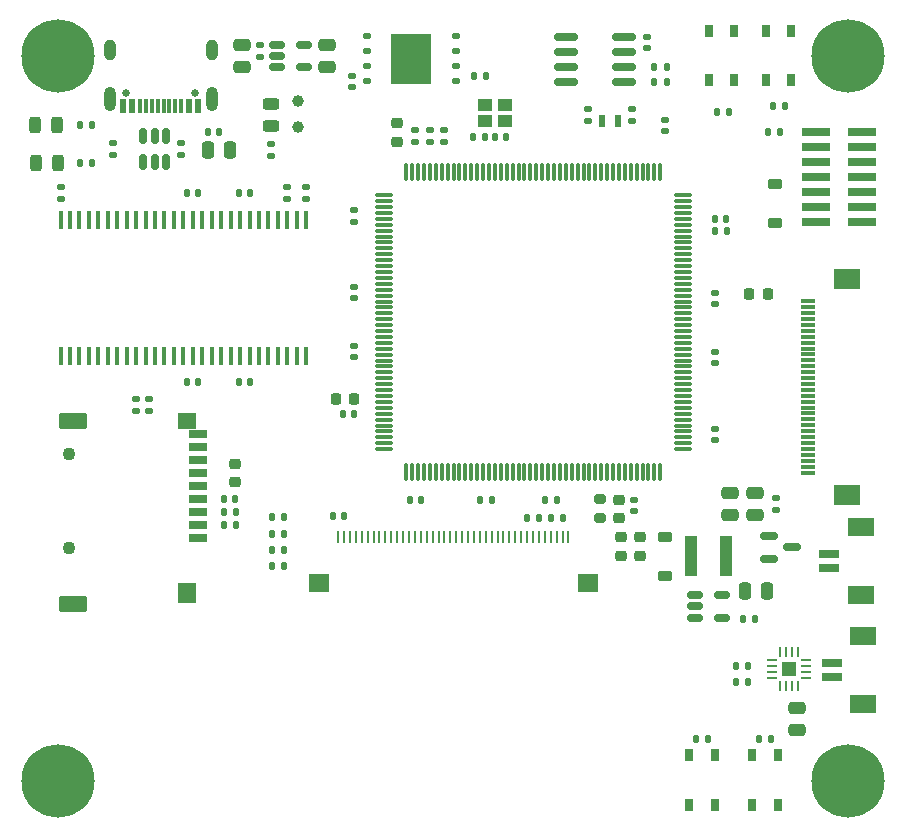
<source format=gbr>
%TF.GenerationSoftware,KiCad,Pcbnew,8.0.4*%
%TF.CreationDate,2025-01-12T23:29:23+07:00*%
%TF.ProjectId,lcd-square-4inch,6c63642d-7371-4756-9172-652d34696e63,rev?*%
%TF.SameCoordinates,Original*%
%TF.FileFunction,Soldermask,Top*%
%TF.FilePolarity,Negative*%
%FSLAX46Y46*%
G04 Gerber Fmt 4.6, Leading zero omitted, Abs format (unit mm)*
G04 Created by KiCad (PCBNEW 8.0.4) date 2025-01-12 23:29:23*
%MOMM*%
%LPD*%
G01*
G04 APERTURE LIST*
G04 Aperture macros list*
%AMRoundRect*
0 Rectangle with rounded corners*
0 $1 Rounding radius*
0 $2 $3 $4 $5 $6 $7 $8 $9 X,Y pos of 4 corners*
0 Add a 4 corners polygon primitive as box body*
4,1,4,$2,$3,$4,$5,$6,$7,$8,$9,$2,$3,0*
0 Add four circle primitives for the rounded corners*
1,1,$1+$1,$2,$3*
1,1,$1+$1,$4,$5*
1,1,$1+$1,$6,$7*
1,1,$1+$1,$8,$9*
0 Add four rect primitives between the rounded corners*
20,1,$1+$1,$2,$3,$4,$5,0*
20,1,$1+$1,$4,$5,$6,$7,0*
20,1,$1+$1,$6,$7,$8,$9,0*
20,1,$1+$1,$8,$9,$2,$3,0*%
G04 Aperture macros list end*
%ADD10RoundRect,0.150000X-0.587500X-0.150000X0.587500X-0.150000X0.587500X0.150000X-0.587500X0.150000X0*%
%ADD11RoundRect,0.225000X-0.250000X0.225000X-0.250000X-0.225000X0.250000X-0.225000X0.250000X0.225000X0*%
%ADD12RoundRect,0.140000X0.140000X0.170000X-0.140000X0.170000X-0.140000X-0.170000X0.140000X-0.170000X0*%
%ADD13C,6.200000*%
%ADD14RoundRect,0.140000X-0.140000X-0.170000X0.140000X-0.170000X0.140000X0.170000X-0.140000X0.170000X0*%
%ADD15RoundRect,0.150000X0.150000X-0.512500X0.150000X0.512500X-0.150000X0.512500X-0.150000X-0.512500X0*%
%ADD16RoundRect,0.140000X0.170000X-0.140000X0.170000X0.140000X-0.170000X0.140000X-0.170000X-0.140000X0*%
%ADD17RoundRect,0.135000X-0.185000X0.135000X-0.185000X-0.135000X0.185000X-0.135000X0.185000X0.135000X0*%
%ADD18R,0.650000X1.050000*%
%ADD19RoundRect,0.225000X0.250000X-0.225000X0.250000X0.225000X-0.250000X0.225000X-0.250000X-0.225000X0*%
%ADD20RoundRect,0.250000X-0.475000X0.250000X-0.475000X-0.250000X0.475000X-0.250000X0.475000X0.250000X0*%
%ADD21RoundRect,0.135000X0.185000X-0.135000X0.185000X0.135000X-0.185000X0.135000X-0.185000X-0.135000X0*%
%ADD22RoundRect,0.150000X-0.512500X-0.150000X0.512500X-0.150000X0.512500X0.150000X-0.512500X0.150000X0*%
%ADD23RoundRect,0.140000X-0.170000X0.140000X-0.170000X-0.140000X0.170000X-0.140000X0.170000X0.140000X0*%
%ADD24RoundRect,0.062500X-0.350000X-0.062500X0.350000X-0.062500X0.350000X0.062500X-0.350000X0.062500X0*%
%ADD25RoundRect,0.062500X-0.062500X-0.350000X0.062500X-0.350000X0.062500X0.350000X-0.062500X0.350000X0*%
%ADD26R,1.230000X1.230000*%
%ADD27RoundRect,0.135000X-0.135000X-0.185000X0.135000X-0.185000X0.135000X0.185000X-0.135000X0.185000X0*%
%ADD28RoundRect,0.135000X0.135000X0.185000X-0.135000X0.185000X-0.135000X-0.185000X0.135000X-0.185000X0*%
%ADD29RoundRect,0.110000X0.440000X1.590000X-0.440000X1.590000X-0.440000X-1.590000X0.440000X-1.590000X0*%
%ADD30RoundRect,0.250000X0.475000X-0.250000X0.475000X0.250000X-0.475000X0.250000X-0.475000X-0.250000X0*%
%ADD31RoundRect,0.250000X-0.250000X-0.475000X0.250000X-0.475000X0.250000X0.475000X-0.250000X0.475000X0*%
%ADD32RoundRect,0.225000X-0.225000X-0.250000X0.225000X-0.250000X0.225000X0.250000X-0.225000X0.250000X0*%
%ADD33RoundRect,0.150000X-0.825000X-0.150000X0.825000X-0.150000X0.825000X0.150000X-0.825000X0.150000X0*%
%ADD34RoundRect,0.075000X-0.075000X0.675000X-0.075000X-0.675000X0.075000X-0.675000X0.075000X0.675000X0*%
%ADD35RoundRect,0.075000X-0.675000X0.075000X-0.675000X-0.075000X0.675000X-0.075000X0.675000X0.075000X0*%
%ADD36R,2.400000X0.740000*%
%ADD37RoundRect,0.225000X-0.375000X0.225000X-0.375000X-0.225000X0.375000X-0.225000X0.375000X0.225000X0*%
%ADD38RoundRect,0.243750X-0.243750X-0.456250X0.243750X-0.456250X0.243750X0.456250X-0.243750X0.456250X0*%
%ADD39C,1.000000*%
%ADD40RoundRect,0.200000X0.275000X-0.200000X0.275000X0.200000X-0.275000X0.200000X-0.275000X-0.200000X0*%
%ADD41R,0.600000X1.100000*%
%ADD42R,1.800000X0.700000*%
%ADD43R,2.200000X1.600000*%
%ADD44RoundRect,0.225000X0.225000X0.250000X-0.225000X0.250000X-0.225000X-0.250000X0.225000X-0.250000X0*%
%ADD45R,1.150000X1.000000*%
%ADD46R,1.300000X0.300000*%
%ADD47R,2.200000X1.800000*%
%ADD48RoundRect,0.243750X-0.456250X0.243750X-0.456250X-0.243750X0.456250X-0.243750X0.456250X0.243750X0*%
%ADD49C,1.100000*%
%ADD50R,1.600000X0.700000*%
%ADD51RoundRect,0.050000X-0.750000X0.600000X-0.750000X-0.600000X0.750000X-0.600000X0.750000X0.600000X0*%
%ADD52RoundRect,0.050000X-1.100000X0.600000X-1.100000X-0.600000X1.100000X-0.600000X1.100000X0.600000X0*%
%ADD53RoundRect,0.050000X-0.750000X0.800000X-0.750000X-0.800000X0.750000X-0.800000X0.750000X0.800000X0*%
%ADD54R,0.250000X1.100000*%
%ADD55R,1.700000X1.500000*%
%ADD56C,0.650000*%
%ADD57R,0.600000X1.240000*%
%ADD58R,0.300000X1.240000*%
%ADD59O,1.000000X2.100000*%
%ADD60O,1.000000X1.800000*%
%ADD61RoundRect,0.125000X0.200000X0.125000X-0.200000X0.125000X-0.200000X-0.125000X0.200000X-0.125000X0*%
%ADD62R,3.400000X4.300000*%
%ADD63R,0.458000X1.510000*%
G04 APERTURE END LIST*
D10*
%TO.C,D6*%
X171325300Y-102834400D03*
X171325300Y-104734400D03*
X173200300Y-103784400D03*
%TD*%
D11*
%TO.C,C8*%
X160350200Y-102920800D03*
X160350200Y-104470800D03*
%TD*%
D12*
%TO.C,C15*%
X153313200Y-99771200D03*
X152353200Y-99771200D03*
%TD*%
D13*
%TO.C,H1*%
X111107200Y-62190000D03*
%TD*%
D11*
%TO.C,C7*%
X158724600Y-102920800D03*
X158724600Y-104470800D03*
%TD*%
D14*
%TO.C,C33*%
X148083200Y-69037200D03*
X149043200Y-69037200D03*
%TD*%
D15*
%TO.C,U4*%
X118323000Y-71185200D03*
X119273000Y-71185200D03*
X120223000Y-71185200D03*
X120223000Y-68910200D03*
X119273000Y-68910200D03*
X118323000Y-68910200D03*
%TD*%
D14*
%TO.C,C40*%
X170462000Y-120015000D03*
X171422000Y-120015000D03*
%TD*%
D16*
%TO.C,C35*%
X159689800Y-67655200D03*
X159689800Y-66695200D03*
%TD*%
D17*
%TO.C,R3*%
X117652800Y-91209400D03*
X117652800Y-92229400D03*
%TD*%
D14*
%TO.C,C21*%
X166674800Y-75959000D03*
X167634800Y-75959000D03*
%TD*%
D18*
%TO.C,SW4*%
X173160000Y-60053400D03*
X173160000Y-64203400D03*
X171010000Y-60053400D03*
X171010000Y-64203400D03*
%TD*%
D16*
%TO.C,C6*%
X171856400Y-100581400D03*
X171856400Y-99621400D03*
%TD*%
D19*
%TO.C,C2*%
X126111000Y-98260200D03*
X126111000Y-96710200D03*
%TD*%
D20*
%TO.C,C11*%
X126695200Y-61229200D03*
X126695200Y-63129200D03*
%TD*%
D21*
%TO.C,R18*%
X121488200Y-70557700D03*
X121488200Y-69537700D03*
%TD*%
D22*
%TO.C,U2*%
X165030700Y-107812800D03*
X165030700Y-108762800D03*
X165030700Y-109712800D03*
X167305700Y-109712800D03*
X167305700Y-107812800D03*
%TD*%
D23*
%TO.C,C22*%
X166674800Y-82229000D03*
X166674800Y-83189000D03*
%TD*%
%TO.C,C29*%
X166674800Y-93729000D03*
X166674800Y-94689000D03*
%TD*%
D22*
%TO.C,U3*%
X129647100Y-61229200D03*
X129647100Y-62179200D03*
X129647100Y-63129200D03*
X131922100Y-63129200D03*
X131922100Y-61229200D03*
%TD*%
D21*
%TO.C,R17*%
X129108200Y-70639400D03*
X129108200Y-69619400D03*
%TD*%
D24*
%TO.C,U1*%
X171533900Y-113316600D03*
X171533900Y-113816600D03*
X171533900Y-114316600D03*
X171533900Y-114816600D03*
D25*
X172221400Y-115504100D03*
X172721400Y-115504100D03*
X173221400Y-115504100D03*
X173721400Y-115504100D03*
D24*
X174408900Y-114816600D03*
X174408900Y-114316600D03*
X174408900Y-113816600D03*
X174408900Y-113316600D03*
D25*
X173721400Y-112629100D03*
X173221400Y-112629100D03*
X172721400Y-112629100D03*
X172221400Y-112629100D03*
D26*
X172971400Y-114066600D03*
%TD*%
D27*
%TO.C,R12*%
X129182400Y-102607533D03*
X130202400Y-102607533D03*
%TD*%
D12*
%TO.C,C10*%
X135305800Y-101142800D03*
X134345800Y-101142800D03*
%TD*%
%TO.C,C34*%
X147208200Y-69011800D03*
X146248200Y-69011800D03*
%TD*%
D23*
%TO.C,C50*%
X160985200Y-60559600D03*
X160985200Y-61519600D03*
%TD*%
D17*
%TO.C,R16*%
X128219200Y-61229200D03*
X128219200Y-62249200D03*
%TD*%
D12*
%TO.C,C48*%
X127385200Y-89789000D03*
X126425200Y-89789000D03*
%TD*%
D28*
%TO.C,R9*%
X113948400Y-67995600D03*
X112928400Y-67995600D03*
%TD*%
D16*
%TO.C,C32*%
X143789400Y-69418200D03*
X143789400Y-68458200D03*
%TD*%
D12*
%TO.C,C9*%
X153819800Y-101269800D03*
X152859800Y-101269800D03*
%TD*%
D27*
%TO.C,R15*%
X129182400Y-105333800D03*
X130202400Y-105333800D03*
%TD*%
D28*
%TO.C,R20*%
X167694800Y-76987400D03*
X166674800Y-76987400D03*
%TD*%
D27*
%TO.C,R11*%
X129182400Y-101244400D03*
X130202400Y-101244400D03*
%TD*%
D29*
%TO.C,L1*%
X167642800Y-104495600D03*
X164642800Y-104495600D03*
%TD*%
D30*
%TO.C,C5*%
X170063700Y-101051400D03*
X170063700Y-99151400D03*
%TD*%
D12*
%TO.C,C26*%
X136144000Y-92459000D03*
X135184000Y-92459000D03*
%TD*%
D16*
%TO.C,C19*%
X162458400Y-68552000D03*
X162458400Y-67592000D03*
%TD*%
%TO.C,C37*%
X142621000Y-69418200D03*
X142621000Y-68458200D03*
%TD*%
D28*
%TO.C,R27*%
X162612800Y-64369600D03*
X161592800Y-64369600D03*
%TD*%
D31*
%TO.C,C4*%
X169231400Y-107508800D03*
X171131400Y-107508800D03*
%TD*%
D32*
%TO.C,C16*%
X169633600Y-82296000D03*
X171183600Y-82296000D03*
%TD*%
D16*
%TO.C,C31*%
X136144000Y-76189000D03*
X136144000Y-75229000D03*
%TD*%
D18*
%TO.C,SW3*%
X168334000Y-60028000D03*
X168334000Y-64178000D03*
X166184000Y-60028000D03*
X166184000Y-64178000D03*
%TD*%
D12*
%TO.C,C49*%
X122985200Y-89789000D03*
X122025200Y-89789000D03*
%TD*%
D33*
%TO.C,U8*%
X154090600Y-60559600D03*
X154090600Y-61829600D03*
X154090600Y-63099600D03*
X154090600Y-64369600D03*
X159040600Y-64369600D03*
X159040600Y-63099600D03*
X159040600Y-61829600D03*
X159040600Y-60559600D03*
%TD*%
D27*
%TO.C,R21*%
X171625800Y-66421000D03*
X172645800Y-66421000D03*
%TD*%
D34*
%TO.C,U5*%
X162083200Y-72034000D03*
X161583200Y-72034000D03*
X161083200Y-72034000D03*
X160583200Y-72034000D03*
X160083200Y-72034000D03*
X159583200Y-72034000D03*
X159083200Y-72034000D03*
X158583200Y-72034000D03*
X158083200Y-72034000D03*
X157583200Y-72034000D03*
X157083200Y-72034000D03*
X156583200Y-72034000D03*
X156083200Y-72034000D03*
X155583200Y-72034000D03*
X155083200Y-72034000D03*
X154583200Y-72034000D03*
X154083200Y-72034000D03*
X153583200Y-72034000D03*
X153083200Y-72034000D03*
X152583200Y-72034000D03*
X152083200Y-72034000D03*
X151583200Y-72034000D03*
X151083200Y-72034000D03*
X150583200Y-72034000D03*
X150083200Y-72034000D03*
X149583200Y-72034000D03*
X149083200Y-72034000D03*
X148583200Y-72034000D03*
X148083200Y-72034000D03*
X147583200Y-72034000D03*
X147083200Y-72034000D03*
X146583200Y-72034000D03*
X146083200Y-72034000D03*
X145583200Y-72034000D03*
X145083200Y-72034000D03*
X144583200Y-72034000D03*
X144083200Y-72034000D03*
X143583200Y-72034000D03*
X143083200Y-72034000D03*
X142583200Y-72034000D03*
X142083200Y-72034000D03*
X141583200Y-72034000D03*
X141083200Y-72034000D03*
X140583200Y-72034000D03*
D35*
X138658200Y-73959000D03*
X138658200Y-74459000D03*
X138658200Y-74959000D03*
X138658200Y-75459000D03*
X138658200Y-75959000D03*
X138658200Y-76459000D03*
X138658200Y-76959000D03*
X138658200Y-77459000D03*
X138658200Y-77959000D03*
X138658200Y-78459000D03*
X138658200Y-78959000D03*
X138658200Y-79459000D03*
X138658200Y-79959000D03*
X138658200Y-80459000D03*
X138658200Y-80959000D03*
X138658200Y-81459000D03*
X138658200Y-81959000D03*
X138658200Y-82459000D03*
X138658200Y-82959000D03*
X138658200Y-83459000D03*
X138658200Y-83959000D03*
X138658200Y-84459000D03*
X138658200Y-84959000D03*
X138658200Y-85459000D03*
X138658200Y-85959000D03*
X138658200Y-86459000D03*
X138658200Y-86959000D03*
X138658200Y-87459000D03*
X138658200Y-87959000D03*
X138658200Y-88459000D03*
X138658200Y-88959000D03*
X138658200Y-89459000D03*
X138658200Y-89959000D03*
X138658200Y-90459000D03*
X138658200Y-90959000D03*
X138658200Y-91459000D03*
X138658200Y-91959000D03*
X138658200Y-92459000D03*
X138658200Y-92959000D03*
X138658200Y-93459000D03*
X138658200Y-93959000D03*
X138658200Y-94459000D03*
X138658200Y-94959000D03*
X138658200Y-95459000D03*
D34*
X140583200Y-97384000D03*
X141083200Y-97384000D03*
X141583200Y-97384000D03*
X142083200Y-97384000D03*
X142583200Y-97384000D03*
X143083200Y-97384000D03*
X143583200Y-97384000D03*
X144083200Y-97384000D03*
X144583200Y-97384000D03*
X145083200Y-97384000D03*
X145583200Y-97384000D03*
X146083200Y-97384000D03*
X146583200Y-97384000D03*
X147083200Y-97384000D03*
X147583200Y-97384000D03*
X148083200Y-97384000D03*
X148583200Y-97384000D03*
X149083200Y-97384000D03*
X149583200Y-97384000D03*
X150083200Y-97384000D03*
X150583200Y-97384000D03*
X151083200Y-97384000D03*
X151583200Y-97384000D03*
X152083200Y-97384000D03*
X152583200Y-97384000D03*
X153083200Y-97384000D03*
X153583200Y-97384000D03*
X154083200Y-97384000D03*
X154583200Y-97384000D03*
X155083200Y-97384000D03*
X155583200Y-97384000D03*
X156083200Y-97384000D03*
X156583200Y-97384000D03*
X157083200Y-97384000D03*
X157583200Y-97384000D03*
X158083200Y-97384000D03*
X158583200Y-97384000D03*
X159083200Y-97384000D03*
X159583200Y-97384000D03*
X160083200Y-97384000D03*
X160583200Y-97384000D03*
X161083200Y-97384000D03*
X161583200Y-97384000D03*
X162083200Y-97384000D03*
D35*
X164008200Y-95459000D03*
X164008200Y-94959000D03*
X164008200Y-94459000D03*
X164008200Y-93959000D03*
X164008200Y-93459000D03*
X164008200Y-92959000D03*
X164008200Y-92459000D03*
X164008200Y-91959000D03*
X164008200Y-91459000D03*
X164008200Y-90959000D03*
X164008200Y-90459000D03*
X164008200Y-89959000D03*
X164008200Y-89459000D03*
X164008200Y-88959000D03*
X164008200Y-88459000D03*
X164008200Y-87959000D03*
X164008200Y-87459000D03*
X164008200Y-86959000D03*
X164008200Y-86459000D03*
X164008200Y-85959000D03*
X164008200Y-85459000D03*
X164008200Y-84959000D03*
X164008200Y-84459000D03*
X164008200Y-83959000D03*
X164008200Y-83459000D03*
X164008200Y-82959000D03*
X164008200Y-82459000D03*
X164008200Y-81959000D03*
X164008200Y-81459000D03*
X164008200Y-80959000D03*
X164008200Y-80459000D03*
X164008200Y-79959000D03*
X164008200Y-79459000D03*
X164008200Y-78959000D03*
X164008200Y-78459000D03*
X164008200Y-77959000D03*
X164008200Y-77459000D03*
X164008200Y-76959000D03*
X164008200Y-76459000D03*
X164008200Y-75959000D03*
X164008200Y-75459000D03*
X164008200Y-74959000D03*
X164008200Y-74459000D03*
X164008200Y-73959000D03*
%TD*%
D36*
%TO.C,J4*%
X179191200Y-76225400D03*
X175291200Y-76225400D03*
X179191200Y-74955400D03*
X175291200Y-74955400D03*
X179191200Y-73685400D03*
X175291200Y-73685400D03*
X179191200Y-72415400D03*
X175291200Y-72415400D03*
X179191200Y-71145400D03*
X175291200Y-71145400D03*
X179191200Y-69875400D03*
X175291200Y-69875400D03*
X179191200Y-68605400D03*
X175291200Y-68605400D03*
%TD*%
D23*
%TO.C,C23*%
X166674800Y-87229000D03*
X166674800Y-88189000D03*
%TD*%
D12*
%TO.C,C24*%
X147813200Y-99771200D03*
X146853200Y-99771200D03*
%TD*%
D27*
%TO.C,R7*%
X169111200Y-109829600D03*
X170131200Y-109829600D03*
%TD*%
D20*
%TO.C,C12*%
X133832600Y-61229200D03*
X133832600Y-63129200D03*
%TD*%
D37*
%TO.C,D1*%
X171754800Y-73000600D03*
X171754800Y-76300600D03*
%TD*%
D16*
%TO.C,C36*%
X155943300Y-67655200D03*
X155943300Y-66695200D03*
%TD*%
D11*
%TO.C,C18*%
X158583200Y-99771200D03*
X158583200Y-101321200D03*
%TD*%
D18*
%TO.C,SW2*%
X169867000Y-125544400D03*
X169867000Y-121394400D03*
X172017000Y-125544400D03*
X172017000Y-121394400D03*
%TD*%
D16*
%TO.C,C42*%
X135940800Y-64784600D03*
X135940800Y-63824600D03*
%TD*%
D14*
%TO.C,C3*%
X125145800Y-99687200D03*
X126105800Y-99687200D03*
%TD*%
D19*
%TO.C,C20*%
X139827000Y-69418200D03*
X139827000Y-67868200D03*
%TD*%
D28*
%TO.C,R22*%
X167923400Y-66929000D03*
X166903400Y-66929000D03*
%TD*%
%TO.C,R5*%
X126135800Y-100787200D03*
X125115800Y-100787200D03*
%TD*%
D21*
%TO.C,R19*%
X115773200Y-70557700D03*
X115773200Y-69537700D03*
%TD*%
D38*
%TO.C,D3*%
X109171500Y-67995600D03*
X111046500Y-67995600D03*
%TD*%
D20*
%TO.C,C1*%
X173677800Y-117371200D03*
X173677800Y-119271200D03*
%TD*%
D39*
%TO.C,TP1*%
X131368800Y-65989200D03*
%TD*%
D28*
%TO.C,R23*%
X147296600Y-63830200D03*
X146276600Y-63830200D03*
%TD*%
%TO.C,R28*%
X162612800Y-63099600D03*
X161592800Y-63099600D03*
%TD*%
D14*
%TO.C,C46*%
X122025200Y-73764200D03*
X122985200Y-73764200D03*
%TD*%
D12*
%TO.C,C30*%
X141813200Y-99771200D03*
X140853200Y-99771200D03*
%TD*%
D17*
%TO.C,R1*%
X118795800Y-91209400D03*
X118795800Y-92229400D03*
%TD*%
D14*
%TO.C,C14*%
X123748800Y-68605400D03*
X124708800Y-68605400D03*
%TD*%
D20*
%TO.C,FB1*%
X168021000Y-99151400D03*
X168021000Y-101051400D03*
%TD*%
D38*
%TO.C,D2*%
X109196900Y-71247000D03*
X111071900Y-71247000D03*
%TD*%
D39*
%TO.C,TP2*%
X131368800Y-68173600D03*
%TD*%
D40*
%TO.C,R10*%
X156997400Y-101295200D03*
X156997400Y-99645200D03*
%TD*%
D27*
%TO.C,R2*%
X168463300Y-115154800D03*
X169483300Y-115154800D03*
%TD*%
D14*
%TO.C,C39*%
X165128000Y-120015000D03*
X166088000Y-120015000D03*
%TD*%
D16*
%TO.C,C27*%
X136144000Y-82689000D03*
X136144000Y-81729000D03*
%TD*%
D41*
%TO.C,Y2*%
X157133200Y-67655200D03*
X158533200Y-67655200D03*
%TD*%
D27*
%TO.C,R14*%
X150787200Y-101269800D03*
X151807200Y-101269800D03*
%TD*%
%TO.C,R13*%
X129182400Y-103970666D03*
X130202400Y-103970666D03*
%TD*%
D31*
%TO.C,C13*%
X123748800Y-70104000D03*
X125648800Y-70104000D03*
%TD*%
D42*
%TO.C,J1*%
X176405600Y-105552400D03*
X176405600Y-104302400D03*
D43*
X179105600Y-107802400D03*
X179105600Y-102052400D03*
%TD*%
D44*
%TO.C,C17*%
X136144000Y-91186000D03*
X134594000Y-91186000D03*
%TD*%
D23*
%TO.C,C25*%
X159833200Y-99771200D03*
X159833200Y-100731200D03*
%TD*%
D28*
%TO.C,R8*%
X113973800Y-71247000D03*
X112953800Y-71247000D03*
%TD*%
D16*
%TO.C,C38*%
X141325600Y-69418200D03*
X141325600Y-68458200D03*
%TD*%
D45*
%TO.C,Y1*%
X147208200Y-67705200D03*
X148958200Y-67705200D03*
X148958200Y-66305200D03*
X147208200Y-66305200D03*
%TD*%
D46*
%TO.C,J3*%
X174625000Y-97437200D03*
X174625000Y-96937200D03*
X174625000Y-96437200D03*
X174625000Y-95937200D03*
X174625000Y-95437200D03*
X174625000Y-94937200D03*
X174625000Y-94437200D03*
X174625000Y-93937200D03*
X174625000Y-93437200D03*
X174625000Y-92937200D03*
X174625000Y-92437200D03*
X174625000Y-91937200D03*
X174625000Y-91437200D03*
X174625000Y-90937200D03*
X174625000Y-90437200D03*
X174625000Y-89937200D03*
X174625000Y-89437200D03*
X174625000Y-88937200D03*
X174625000Y-88437200D03*
X174625000Y-87937200D03*
X174625000Y-87437200D03*
X174625000Y-86937200D03*
X174625000Y-86437200D03*
X174625000Y-85937200D03*
X174625000Y-85437200D03*
X174625000Y-84937200D03*
X174625000Y-84437200D03*
X174625000Y-83937200D03*
X174625000Y-83437200D03*
X174625000Y-82937200D03*
D47*
X177875000Y-99337200D03*
X177875000Y-81037200D03*
%TD*%
D16*
%TO.C,C28*%
X136144000Y-87689000D03*
X136144000Y-86729000D03*
%TD*%
%TO.C,C47*%
X111305200Y-74244200D03*
X111305200Y-73284200D03*
%TD*%
D48*
%TO.C,D5*%
X129133600Y-66220100D03*
X129133600Y-68095100D03*
%TD*%
D49*
%TO.C,J2*%
X111979000Y-95837200D03*
X111979000Y-103837200D03*
D50*
X122979000Y-102987200D03*
X122979000Y-101887200D03*
X122979000Y-100787200D03*
X122979000Y-99687200D03*
X122979000Y-98587200D03*
X122979000Y-97487200D03*
X122979000Y-96387200D03*
X122979000Y-95287200D03*
X122979000Y-94187200D03*
D51*
X121979000Y-93037200D03*
D52*
X112379000Y-93037200D03*
D53*
X121979000Y-107637200D03*
D52*
X112379000Y-108537200D03*
%TD*%
D18*
%TO.C,SW1*%
X164533000Y-125544400D03*
X164533000Y-121394400D03*
X166683000Y-125544400D03*
X166683000Y-121394400D03*
%TD*%
D16*
%TO.C,C43*%
X132105200Y-74244200D03*
X132105200Y-73284200D03*
%TD*%
D13*
%TO.C,H4*%
X111107200Y-123590000D03*
%TD*%
D14*
%TO.C,C41*%
X171221400Y-68630800D03*
X172181400Y-68630800D03*
%TD*%
D13*
%TO.C,H2*%
X178007200Y-62190000D03*
%TD*%
D37*
%TO.C,D4*%
X162509200Y-102921800D03*
X162509200Y-106221800D03*
%TD*%
D54*
%TO.C,J5*%
X134807200Y-102925400D03*
X135307200Y-102925400D03*
X135807200Y-102925400D03*
X136307200Y-102925400D03*
X136807200Y-102925400D03*
X137307200Y-102925400D03*
X137807200Y-102925400D03*
X138307200Y-102925400D03*
X138807200Y-102925400D03*
X139307200Y-102925400D03*
X139807200Y-102925400D03*
X140307200Y-102925400D03*
X140807200Y-102925400D03*
X141307200Y-102925400D03*
X141807200Y-102925400D03*
X142307200Y-102925400D03*
X142807200Y-102925400D03*
X143307200Y-102925400D03*
X143807200Y-102925400D03*
X144307200Y-102925400D03*
X144807200Y-102925400D03*
X145307200Y-102925400D03*
X145807200Y-102925400D03*
X146307200Y-102925400D03*
X146807200Y-102925400D03*
X147307200Y-102925400D03*
X147807200Y-102925400D03*
X148307200Y-102925400D03*
X148807200Y-102925400D03*
X149307200Y-102925400D03*
X149807200Y-102925400D03*
X150307200Y-102925400D03*
X150807200Y-102925400D03*
X151307200Y-102925400D03*
X151807200Y-102925400D03*
X152307200Y-102925400D03*
X152807200Y-102925400D03*
X153307200Y-102925400D03*
X153807200Y-102925400D03*
X154307200Y-102925400D03*
D55*
X133157200Y-106825400D03*
X155957200Y-106825400D03*
%TD*%
D28*
%TO.C,R4*%
X169483300Y-113808600D03*
X168463300Y-113808600D03*
%TD*%
D56*
%TO.C,J6*%
X122663000Y-65301000D03*
X116883000Y-65301000D03*
D57*
X122973000Y-66421000D03*
X122173000Y-66421000D03*
D58*
X121023000Y-66421000D03*
X120023000Y-66421000D03*
X119523000Y-66421000D03*
X118523000Y-66421000D03*
D57*
X117373000Y-66421000D03*
X116573000Y-66421000D03*
X116573000Y-66421000D03*
X117373000Y-66421000D03*
D58*
X118023000Y-66421000D03*
X119023000Y-66421000D03*
X120523000Y-66421000D03*
X121523000Y-66421000D03*
D57*
X122173000Y-66421000D03*
X122973000Y-66421000D03*
D59*
X124093000Y-65821000D03*
D60*
X124093000Y-61621000D03*
D59*
X115453000Y-65821000D03*
D60*
X115453000Y-61621000D03*
%TD*%
D61*
%TO.C,U6*%
X144759000Y-64304600D03*
X144759000Y-63034600D03*
X144759000Y-61764600D03*
X144759000Y-60494600D03*
X137259000Y-60494600D03*
X137259000Y-61764600D03*
X137259000Y-63034600D03*
X137259000Y-64304600D03*
D62*
X141009000Y-62399600D03*
%TD*%
D28*
%TO.C,R6*%
X126135800Y-101887200D03*
X125115800Y-101887200D03*
%TD*%
D63*
%TO.C,U7*%
X132105200Y-76060800D03*
X131305200Y-76060800D03*
X130505200Y-76060800D03*
X129705200Y-76060800D03*
X128905200Y-76060800D03*
X128105200Y-76060800D03*
X127305200Y-76060800D03*
X126505200Y-76060800D03*
X125705200Y-76060800D03*
X124905200Y-76060800D03*
X124105200Y-76060800D03*
X123305200Y-76060800D03*
X122505200Y-76060800D03*
X121705200Y-76060800D03*
X120905200Y-76060800D03*
X120105200Y-76060800D03*
X119305200Y-76060800D03*
X118505200Y-76060800D03*
X117705200Y-76060800D03*
X116905200Y-76060800D03*
X116105200Y-76060800D03*
X115305200Y-76060800D03*
X114505200Y-76060800D03*
X113705200Y-76060800D03*
X112905200Y-76060800D03*
X112105200Y-76060800D03*
X111305200Y-76060800D03*
X111305200Y-87560800D03*
X112105200Y-87560800D03*
X112905200Y-87560800D03*
X113705200Y-87560800D03*
X114505200Y-87560800D03*
X115305200Y-87560800D03*
X116105200Y-87560800D03*
X116905200Y-87560800D03*
X117705200Y-87560800D03*
X118505200Y-87560800D03*
X119305200Y-87560800D03*
X120105200Y-87560800D03*
X120905200Y-87560800D03*
X121705200Y-87560800D03*
X122505200Y-87560800D03*
X123305200Y-87560800D03*
X124105200Y-87560800D03*
X124905200Y-87560800D03*
X125705200Y-87560800D03*
X126505200Y-87560800D03*
X127305200Y-87560800D03*
X128105200Y-87560800D03*
X128905200Y-87560800D03*
X129705200Y-87560800D03*
X130505200Y-87560800D03*
X131305200Y-87560800D03*
X132105200Y-87560800D03*
%TD*%
D16*
%TO.C,C44*%
X130505200Y-74244200D03*
X130505200Y-73284200D03*
%TD*%
D14*
%TO.C,C45*%
X126425200Y-73764200D03*
X127385200Y-73764200D03*
%TD*%
D42*
%TO.C,J1*%
X176583400Y-114772600D03*
X176583400Y-113522600D03*
D43*
X179283400Y-117022600D03*
X179283400Y-111272600D03*
%TD*%
D13*
%TO.C,H3*%
X178007200Y-123590000D03*
%TD*%
M02*

</source>
